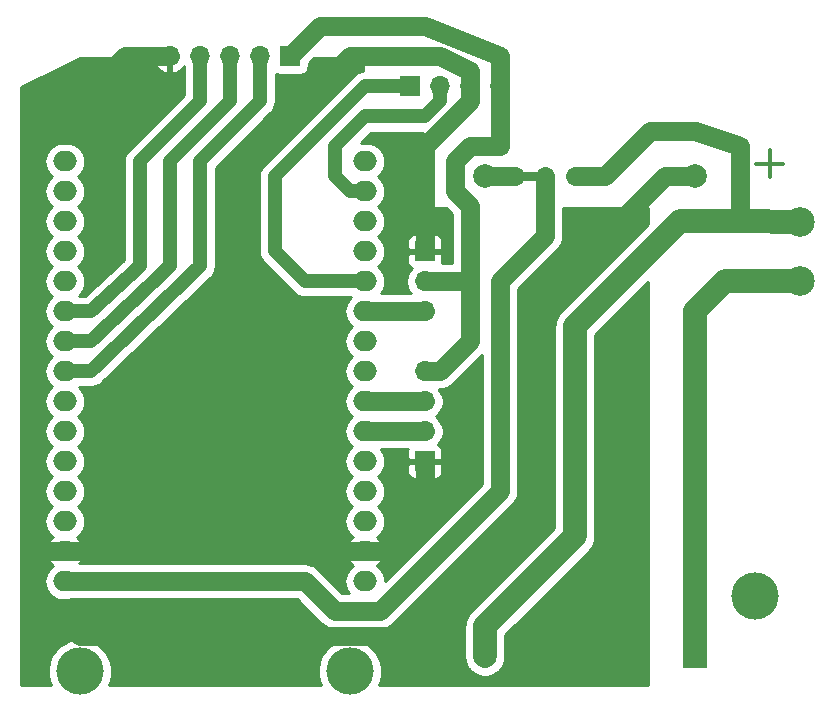
<source format=gbr>
G04 #@! TF.GenerationSoftware,KiCad,Pcbnew,(5.1.5)-3*
G04 #@! TF.CreationDate,2020-04-08T18:39:47+02:00*
G04 #@! TF.ProjectId,raceMini1,72616365-4d69-46e6-9931-2e6b69636164,rev?*
G04 #@! TF.SameCoordinates,Original*
G04 #@! TF.FileFunction,Copper,L2,Bot*
G04 #@! TF.FilePolarity,Positive*
%FSLAX46Y46*%
G04 Gerber Fmt 4.6, Leading zero omitted, Abs format (unit mm)*
G04 Created by KiCad (PCBNEW (5.1.5)-3) date 2020-04-08 18:39:47*
%MOMM*%
%LPD*%
G04 APERTURE LIST*
%ADD10C,0.300000*%
%ADD11O,1.700000X1.700000*%
%ADD12R,1.700000X1.700000*%
%ADD13O,2.000000X1.700000*%
%ADD14C,2.000000*%
%ADD15R,2.000000X2.000000*%
%ADD16C,2.500000*%
%ADD17C,4.000000*%
%ADD18C,1.600000*%
%ADD19C,1.200000*%
%ADD20C,2.000000*%
%ADD21C,0.800000*%
%ADD22C,0.254000*%
G04 APERTURE END LIST*
D10*
X156082857Y-96734285D02*
X153797142Y-96734285D01*
X154940000Y-97877142D02*
X154940000Y-95591428D01*
D11*
X132080000Y-90170000D03*
X129540000Y-90170000D03*
X127000000Y-90170000D03*
D12*
X124460000Y-90170000D03*
D13*
X95250000Y-132080000D03*
X95250000Y-129540000D03*
X95250000Y-127000000D03*
X95250000Y-124460000D03*
X95250000Y-121920000D03*
X95250000Y-119380000D03*
X95250000Y-116840000D03*
X95250000Y-114300000D03*
X95250000Y-111760000D03*
X95250000Y-109220000D03*
X95250000Y-106680000D03*
X95250000Y-104140000D03*
X95250000Y-101600000D03*
X95250000Y-99060000D03*
X95250000Y-96520000D03*
X120650000Y-132080000D03*
X120650000Y-129540000D03*
X120650000Y-127000000D03*
X120650000Y-124460000D03*
X120650000Y-121920000D03*
X120650000Y-119380000D03*
X120650000Y-116840000D03*
X120650000Y-114300000D03*
X120650000Y-111760000D03*
X120650000Y-109220000D03*
X120650000Y-106680000D03*
X120650000Y-104140000D03*
X120650000Y-101600000D03*
X120650000Y-99060000D03*
X120650000Y-96520000D03*
D14*
X130810000Y-138430000D03*
X130810000Y-97790000D03*
X148590000Y-97790000D03*
D15*
X148590000Y-138430000D03*
D11*
X125730000Y-114300000D03*
X125730000Y-116840000D03*
X125730000Y-119380000D03*
D12*
X125730000Y-121920000D03*
D11*
X125730000Y-109220000D03*
X125730000Y-106680000D03*
D12*
X125730000Y-104140000D03*
D16*
X157480000Y-101640000D03*
X157480000Y-106640000D03*
D11*
X104140000Y-87630000D03*
X106680000Y-87630000D03*
X109220000Y-87630000D03*
X111760000Y-87630000D03*
D12*
X114300000Y-87630000D03*
D17*
X96520000Y-139700000D03*
X119380000Y-139700000D03*
X153670000Y-133350000D03*
D18*
X92710000Y-129540000D02*
X93980000Y-129540000D01*
X93980000Y-129540000D02*
X95250000Y-129540000D01*
X134620000Y-109220000D02*
X146050000Y-97790000D01*
X92710000Y-133350000D02*
X96520000Y-136699999D01*
X146050000Y-97790000D02*
X148590000Y-97790000D01*
X124920001Y-136699999D02*
X134620000Y-127000000D01*
X134620000Y-127000000D02*
X134620000Y-109220000D01*
X92710000Y-129540000D02*
X92710000Y-133350000D01*
X96520000Y-136699999D02*
X124920001Y-136699999D01*
X95250000Y-129540000D02*
X109220000Y-129540000D01*
X120650000Y-129540000D02*
X109220000Y-129540000D01*
X129540000Y-88900000D02*
X129540000Y-90170000D01*
X119380000Y-87630000D02*
X127000000Y-87630000D01*
X109220000Y-129540000D02*
X109220000Y-97790000D01*
X127000000Y-87630000D02*
X129540000Y-88900000D01*
X109220000Y-97790000D02*
X119380000Y-87630000D01*
X92710000Y-95250000D02*
X92710000Y-129540000D01*
X104140000Y-87630000D02*
X100330000Y-87630000D01*
X100330000Y-87630000D02*
X92710000Y-95250000D01*
X129540000Y-91440000D02*
X129540000Y-90170000D01*
X125730000Y-104140000D02*
X125730000Y-95250000D01*
X125730000Y-95250000D02*
X129540000Y-91440000D01*
X125730000Y-127060000D02*
X125730000Y-121920000D01*
X120650000Y-129540000D02*
X123250000Y-129540000D01*
X123250000Y-129540000D02*
X125730000Y-127060000D01*
D19*
X97450000Y-109220000D02*
X95250000Y-109220000D01*
X101600000Y-105410000D02*
X97450000Y-109220000D01*
X106680000Y-91440000D02*
X101600000Y-96520000D01*
X101600000Y-96520000D02*
X101600000Y-105410000D01*
X106680000Y-91440000D02*
X106680000Y-87630000D01*
X97450000Y-111760000D02*
X95250000Y-111760000D01*
X109220000Y-91440000D02*
X104140000Y-96520000D01*
X104140000Y-105410000D02*
X97450000Y-111760000D01*
X104140000Y-96520000D02*
X104140000Y-105410000D01*
X109220000Y-91440000D02*
X109220000Y-87630000D01*
X97450000Y-114300000D02*
X95250000Y-114300000D01*
X106680000Y-105410000D02*
X97450000Y-114300000D01*
X111760000Y-91440000D02*
X106680000Y-96520000D01*
X106680000Y-96520000D02*
X106680000Y-105410000D01*
X111760000Y-91440000D02*
X111760000Y-87630000D01*
D18*
X125730000Y-106680000D02*
X129540000Y-106680000D01*
X129540000Y-95250000D02*
X128270000Y-96520000D01*
X129540000Y-100330000D02*
X129540000Y-102870000D01*
X116840000Y-85090000D02*
X125730000Y-85090000D01*
X128270000Y-99060000D02*
X129540000Y-100330000D01*
X132080000Y-87630000D02*
X132080000Y-95250000D01*
X114300000Y-87630000D02*
X116840000Y-85090000D01*
X128270000Y-96520000D02*
X128270000Y-99060000D01*
X125730000Y-85090000D02*
X132080000Y-87630000D01*
X129540000Y-102870000D02*
X129540000Y-106680000D01*
X132080000Y-95250000D02*
X129540000Y-95250000D01*
X129540000Y-111760000D02*
X129540000Y-106680000D01*
X127000000Y-114300000D02*
X129540000Y-111760000D01*
X125730000Y-114300000D02*
X127000000Y-114300000D01*
D20*
X130810000Y-135890000D02*
X130810000Y-138430000D01*
X138430000Y-110490000D02*
X138430000Y-128270000D01*
X138430000Y-128270000D02*
X130810000Y-135890000D01*
X147320000Y-101600000D02*
X138430000Y-110490000D01*
X157480000Y-101640000D02*
X152400000Y-101600000D01*
X152400000Y-101600000D02*
X147320000Y-101600000D01*
D18*
X140970000Y-97790000D02*
X138430000Y-97790000D01*
X144780000Y-93980000D02*
X140970000Y-97790000D01*
X148590000Y-93980000D02*
X144780000Y-93980000D01*
X152400000Y-101600000D02*
X152400000Y-95250000D01*
X152400000Y-95250000D02*
X148590000Y-93980000D01*
D20*
X151130000Y-106680000D02*
X157480000Y-106640000D01*
X148590000Y-138430000D02*
X148590000Y-109220000D01*
X148590000Y-109220000D02*
X151130000Y-106680000D01*
D18*
X120650000Y-109220000D02*
X125730000Y-109220000D01*
X120650000Y-116840000D02*
X125730000Y-116840000D01*
X120650000Y-119380000D02*
X125730000Y-119380000D01*
X130810000Y-97790000D02*
X133350000Y-97790000D01*
X135890000Y-102870000D02*
X135890000Y-97790000D01*
X132080000Y-106680000D02*
X135890000Y-102870000D01*
X115570000Y-132080000D02*
X118110000Y-134620000D01*
X95250000Y-132080000D02*
X115570000Y-132080000D01*
X118110000Y-134620000D02*
X121920000Y-134620000D01*
X121920000Y-134620000D02*
X132080000Y-124460000D01*
X132080000Y-124460000D02*
X132080000Y-106680000D01*
D21*
X135890000Y-97790000D02*
X133350000Y-97790000D01*
D19*
X120423691Y-99060000D02*
X120650000Y-99060000D01*
X118110000Y-97790000D02*
X119380000Y-99060000D01*
X119380000Y-99060000D02*
X120423691Y-99060000D01*
X127000000Y-91440000D02*
X125730000Y-92710000D01*
X127000000Y-90170000D02*
X127000000Y-91440000D01*
X125730000Y-92710000D02*
X120650000Y-92710000D01*
X120650000Y-92710000D02*
X118110000Y-95250000D01*
X118110000Y-95250000D02*
X118110000Y-97790000D01*
X115570000Y-106680000D02*
X120650000Y-106680000D01*
X113030000Y-104140000D02*
X115570000Y-106680000D01*
X113030000Y-97790000D02*
X113030000Y-104140000D01*
X124460000Y-90170000D02*
X120650000Y-90170000D01*
X120650000Y-90170000D02*
X113030000Y-97790000D01*
D22*
G36*
X102655000Y-87757002D02*
G01*
X102819185Y-87757002D01*
X102698519Y-87986891D01*
X102795843Y-88261252D01*
X102944822Y-88511355D01*
X103139731Y-88727588D01*
X103373080Y-88901641D01*
X103635901Y-89026825D01*
X103783110Y-89071476D01*
X104013000Y-88950155D01*
X104013000Y-87757000D01*
X104267000Y-87757000D01*
X104267000Y-88950155D01*
X104496890Y-89071476D01*
X104644099Y-89026825D01*
X104906920Y-88901641D01*
X105140269Y-88727588D01*
X105335178Y-88511355D01*
X105352656Y-88482014D01*
X105353001Y-88482530D01*
X105353000Y-90890339D01*
X100707765Y-95535575D01*
X100657130Y-95577130D01*
X100582933Y-95667540D01*
X100491302Y-95779192D01*
X100460304Y-95837186D01*
X100368081Y-96009723D01*
X100292201Y-96259864D01*
X100273000Y-96454817D01*
X100273000Y-96454826D01*
X100266581Y-96520000D01*
X100273000Y-96585174D01*
X100273001Y-104826854D01*
X96933237Y-107893000D01*
X96407795Y-107893000D01*
X96520503Y-107800503D01*
X96717572Y-107560373D01*
X96864007Y-107286412D01*
X96954182Y-106989146D01*
X96984630Y-106680000D01*
X96954182Y-106370854D01*
X96864007Y-106073588D01*
X96717572Y-105799627D01*
X96520503Y-105559497D01*
X96338340Y-105410000D01*
X96520503Y-105260503D01*
X96717572Y-105020373D01*
X96864007Y-104746412D01*
X96954182Y-104449146D01*
X96984630Y-104140000D01*
X96954182Y-103830854D01*
X96864007Y-103533588D01*
X96717572Y-103259627D01*
X96520503Y-103019497D01*
X96338340Y-102870000D01*
X96520503Y-102720503D01*
X96717572Y-102480373D01*
X96864007Y-102206412D01*
X96954182Y-101909146D01*
X96984630Y-101600000D01*
X96954182Y-101290854D01*
X96864007Y-100993588D01*
X96717572Y-100719627D01*
X96520503Y-100479497D01*
X96338340Y-100330000D01*
X96520503Y-100180503D01*
X96717572Y-99940373D01*
X96864007Y-99666412D01*
X96954182Y-99369146D01*
X96984630Y-99060000D01*
X96954182Y-98750854D01*
X96864007Y-98453588D01*
X96717572Y-98179627D01*
X96520503Y-97939497D01*
X96338340Y-97790000D01*
X96520503Y-97640503D01*
X96717572Y-97400373D01*
X96864007Y-97126412D01*
X96954182Y-96829146D01*
X96984630Y-96520000D01*
X96954182Y-96210854D01*
X96864007Y-95913588D01*
X96717572Y-95639627D01*
X96520503Y-95399497D01*
X96280373Y-95202428D01*
X96006412Y-95055993D01*
X95709146Y-94965818D01*
X95477469Y-94943000D01*
X95022531Y-94943000D01*
X94790854Y-94965818D01*
X94493588Y-95055993D01*
X94219627Y-95202428D01*
X93979497Y-95399497D01*
X93782428Y-95639627D01*
X93635993Y-95913588D01*
X93545818Y-96210854D01*
X93515370Y-96520000D01*
X93545818Y-96829146D01*
X93635993Y-97126412D01*
X93782428Y-97400373D01*
X93979497Y-97640503D01*
X94161660Y-97790000D01*
X93979497Y-97939497D01*
X93782428Y-98179627D01*
X93635993Y-98453588D01*
X93545818Y-98750854D01*
X93515370Y-99060000D01*
X93545818Y-99369146D01*
X93635993Y-99666412D01*
X93782428Y-99940373D01*
X93979497Y-100180503D01*
X94161660Y-100330000D01*
X93979497Y-100479497D01*
X93782428Y-100719627D01*
X93635993Y-100993588D01*
X93545818Y-101290854D01*
X93515370Y-101600000D01*
X93545818Y-101909146D01*
X93635993Y-102206412D01*
X93782428Y-102480373D01*
X93979497Y-102720503D01*
X94161660Y-102870000D01*
X93979497Y-103019497D01*
X93782428Y-103259627D01*
X93635993Y-103533588D01*
X93545818Y-103830854D01*
X93515370Y-104140000D01*
X93545818Y-104449146D01*
X93635993Y-104746412D01*
X93782428Y-105020373D01*
X93979497Y-105260503D01*
X94161660Y-105410000D01*
X93979497Y-105559497D01*
X93782428Y-105799627D01*
X93635993Y-106073588D01*
X93545818Y-106370854D01*
X93515370Y-106680000D01*
X93545818Y-106989146D01*
X93635993Y-107286412D01*
X93782428Y-107560373D01*
X93979497Y-107800503D01*
X94161660Y-107950000D01*
X93979497Y-108099497D01*
X93782428Y-108339627D01*
X93635993Y-108613588D01*
X93545818Y-108910854D01*
X93515370Y-109220000D01*
X93545818Y-109529146D01*
X93635993Y-109826412D01*
X93782428Y-110100373D01*
X93979497Y-110340503D01*
X94161660Y-110490000D01*
X93979497Y-110639497D01*
X93782428Y-110879627D01*
X93635993Y-111153588D01*
X93545818Y-111450854D01*
X93515370Y-111760000D01*
X93545818Y-112069146D01*
X93635993Y-112366412D01*
X93782428Y-112640373D01*
X93979497Y-112880503D01*
X94161660Y-113030000D01*
X93979497Y-113179497D01*
X93782428Y-113419627D01*
X93635993Y-113693588D01*
X93545818Y-113990854D01*
X93515370Y-114300000D01*
X93545818Y-114609146D01*
X93635993Y-114906412D01*
X93782428Y-115180373D01*
X93979497Y-115420503D01*
X94161660Y-115570000D01*
X93979497Y-115719497D01*
X93782428Y-115959627D01*
X93635993Y-116233588D01*
X93545818Y-116530854D01*
X93515370Y-116840000D01*
X93545818Y-117149146D01*
X93635993Y-117446412D01*
X93782428Y-117720373D01*
X93979497Y-117960503D01*
X94161660Y-118110000D01*
X93979497Y-118259497D01*
X93782428Y-118499627D01*
X93635993Y-118773588D01*
X93545818Y-119070854D01*
X93515370Y-119380000D01*
X93545818Y-119689146D01*
X93635993Y-119986412D01*
X93782428Y-120260373D01*
X93979497Y-120500503D01*
X94161660Y-120650000D01*
X93979497Y-120799497D01*
X93782428Y-121039627D01*
X93635993Y-121313588D01*
X93545818Y-121610854D01*
X93515370Y-121920000D01*
X93545818Y-122229146D01*
X93635993Y-122526412D01*
X93782428Y-122800373D01*
X93979497Y-123040503D01*
X94161660Y-123190000D01*
X93979497Y-123339497D01*
X93782428Y-123579627D01*
X93635993Y-123853588D01*
X93545818Y-124150854D01*
X93515370Y-124460000D01*
X93545818Y-124769146D01*
X93635993Y-125066412D01*
X93782428Y-125340373D01*
X93979497Y-125580503D01*
X94161660Y-125730000D01*
X93979497Y-125879497D01*
X93782428Y-126119627D01*
X93635993Y-126393588D01*
X93545818Y-126690854D01*
X93515370Y-127000000D01*
X93545818Y-127309146D01*
X93635993Y-127606412D01*
X93782428Y-127880373D01*
X93979497Y-128120503D01*
X94219627Y-128317572D01*
X94246424Y-128331895D01*
X94108205Y-128433198D01*
X93911336Y-128647954D01*
X93760146Y-128896991D01*
X93660446Y-129170739D01*
X93658524Y-129183110D01*
X93779845Y-129413000D01*
X95123000Y-129413000D01*
X95123000Y-129393000D01*
X95377000Y-129393000D01*
X95377000Y-129413000D01*
X96720155Y-129413000D01*
X96841476Y-129183110D01*
X96839554Y-129170739D01*
X96739854Y-128896991D01*
X96588664Y-128647954D01*
X96391795Y-128433198D01*
X96253576Y-128331895D01*
X96280373Y-128317572D01*
X96520503Y-128120503D01*
X96717572Y-127880373D01*
X96864007Y-127606412D01*
X96954182Y-127309146D01*
X96984630Y-127000000D01*
X96954182Y-126690854D01*
X96864007Y-126393588D01*
X96717572Y-126119627D01*
X96520503Y-125879497D01*
X96338340Y-125730000D01*
X96520503Y-125580503D01*
X96717572Y-125340373D01*
X96864007Y-125066412D01*
X96954182Y-124769146D01*
X96984630Y-124460000D01*
X96954182Y-124150854D01*
X96864007Y-123853588D01*
X96717572Y-123579627D01*
X96520503Y-123339497D01*
X96338340Y-123190000D01*
X96520503Y-123040503D01*
X96717572Y-122800373D01*
X96864007Y-122526412D01*
X96954182Y-122229146D01*
X96984630Y-121920000D01*
X96954182Y-121610854D01*
X96864007Y-121313588D01*
X96717572Y-121039627D01*
X96520503Y-120799497D01*
X96338340Y-120650000D01*
X96520503Y-120500503D01*
X96717572Y-120260373D01*
X96864007Y-119986412D01*
X96954182Y-119689146D01*
X96984630Y-119380000D01*
X96954182Y-119070854D01*
X96864007Y-118773588D01*
X96717572Y-118499627D01*
X96520503Y-118259497D01*
X96338340Y-118110000D01*
X96520503Y-117960503D01*
X96717572Y-117720373D01*
X96864007Y-117446412D01*
X96954182Y-117149146D01*
X96984630Y-116840000D01*
X96954182Y-116530854D01*
X96864007Y-116233588D01*
X96717572Y-115959627D01*
X96520503Y-115719497D01*
X96407795Y-115627000D01*
X97372343Y-115627000D01*
X97424985Y-115633184D01*
X97502694Y-115627000D01*
X97515184Y-115627000D01*
X97567743Y-115621823D01*
X97685556Y-115612448D01*
X97697633Y-115609031D01*
X97710137Y-115607799D01*
X97823337Y-115573460D01*
X97937076Y-115541275D01*
X97948258Y-115535565D01*
X97960278Y-115531919D01*
X98064594Y-115476161D01*
X98169878Y-115422400D01*
X98179730Y-115414619D01*
X98190808Y-115408698D01*
X98282221Y-115333677D01*
X98323613Y-115300988D01*
X98332598Y-115292334D01*
X98392870Y-115242870D01*
X98426503Y-115201888D01*
X107562606Y-106402327D01*
X107622870Y-106352870D01*
X107697867Y-106261486D01*
X107774604Y-106171479D01*
X107780731Y-106160515D01*
X107788698Y-106150808D01*
X107844439Y-106046524D01*
X107902129Y-105943300D01*
X107905999Y-105931353D01*
X107911919Y-105920278D01*
X107946255Y-105807089D01*
X107982687Y-105694627D01*
X107984151Y-105682162D01*
X107987799Y-105670137D01*
X107999396Y-105552385D01*
X108013184Y-105435016D01*
X108007000Y-105357307D01*
X108007000Y-97069660D01*
X112652241Y-92424420D01*
X112702870Y-92382870D01*
X112744422Y-92332239D01*
X112868698Y-92180809D01*
X112991919Y-91950278D01*
X112991919Y-91950277D01*
X113067799Y-91700137D01*
X113087000Y-91505184D01*
X113087000Y-91505174D01*
X113093419Y-91440000D01*
X113087000Y-91374826D01*
X113087000Y-89110309D01*
X113170443Y-89154910D01*
X113307483Y-89196480D01*
X113450000Y-89210517D01*
X115150000Y-89210517D01*
X115292517Y-89196480D01*
X115429557Y-89154910D01*
X115555853Y-89087403D01*
X115666554Y-88996554D01*
X115757403Y-88885853D01*
X115824910Y-88759557D01*
X115866480Y-88622517D01*
X115880517Y-88480000D01*
X115880517Y-88208986D01*
X116332503Y-87757000D01*
X120523000Y-87757000D01*
X120523000Y-88849088D01*
X120389863Y-88862201D01*
X120139722Y-88938081D01*
X119909190Y-89061303D01*
X119767625Y-89177483D01*
X119707130Y-89227130D01*
X119665579Y-89277760D01*
X112137765Y-96805575D01*
X112087130Y-96847130D01*
X112045578Y-96897762D01*
X111921302Y-97049192D01*
X111839189Y-97202815D01*
X111798081Y-97279723D01*
X111722201Y-97529864D01*
X111703000Y-97724817D01*
X111703000Y-97724826D01*
X111696581Y-97790000D01*
X111703000Y-97855174D01*
X111703001Y-104074816D01*
X111696581Y-104140000D01*
X111722202Y-104400137D01*
X111798081Y-104650277D01*
X111921302Y-104880808D01*
X112035841Y-105020373D01*
X112087131Y-105082870D01*
X112137761Y-105124421D01*
X114585579Y-107572240D01*
X114627130Y-107622870D01*
X114677760Y-107664421D01*
X114677761Y-107664422D01*
X114829190Y-107788697D01*
X114829192Y-107788698D01*
X115059722Y-107911919D01*
X115309863Y-107987799D01*
X115504816Y-108007000D01*
X115504828Y-108007000D01*
X115569999Y-108013419D01*
X115635171Y-108007000D01*
X119492205Y-108007000D01*
X119379497Y-108099497D01*
X119182428Y-108339627D01*
X119035993Y-108613588D01*
X118945818Y-108910854D01*
X118915370Y-109220000D01*
X118945818Y-109529146D01*
X119035993Y-109826412D01*
X119182428Y-110100373D01*
X119379497Y-110340503D01*
X119561660Y-110490000D01*
X119379497Y-110639497D01*
X119182428Y-110879627D01*
X119035993Y-111153588D01*
X118945818Y-111450854D01*
X118915370Y-111760000D01*
X118945818Y-112069146D01*
X119035993Y-112366412D01*
X119182428Y-112640373D01*
X119379497Y-112880503D01*
X119561660Y-113030000D01*
X119379497Y-113179497D01*
X119182428Y-113419627D01*
X119035993Y-113693588D01*
X118945818Y-113990854D01*
X118915370Y-114300000D01*
X118945818Y-114609146D01*
X119035993Y-114906412D01*
X119182428Y-115180373D01*
X119379497Y-115420503D01*
X119561660Y-115570000D01*
X119379497Y-115719497D01*
X119182428Y-115959627D01*
X119035993Y-116233588D01*
X118945818Y-116530854D01*
X118915370Y-116840000D01*
X118945818Y-117149146D01*
X119035993Y-117446412D01*
X119182428Y-117720373D01*
X119379497Y-117960503D01*
X119561660Y-118110000D01*
X119379497Y-118259497D01*
X119182428Y-118499627D01*
X119035993Y-118773588D01*
X118945818Y-119070854D01*
X118915370Y-119380000D01*
X118945818Y-119689146D01*
X119035993Y-119986412D01*
X119182428Y-120260373D01*
X119379497Y-120500503D01*
X119561660Y-120650000D01*
X119379497Y-120799497D01*
X119182428Y-121039627D01*
X119035993Y-121313588D01*
X118945818Y-121610854D01*
X118915370Y-121920000D01*
X118945818Y-122229146D01*
X119035993Y-122526412D01*
X119182428Y-122800373D01*
X119379497Y-123040503D01*
X119561660Y-123190000D01*
X119379497Y-123339497D01*
X119182428Y-123579627D01*
X119035993Y-123853588D01*
X118945818Y-124150854D01*
X118915370Y-124460000D01*
X118945818Y-124769146D01*
X119035993Y-125066412D01*
X119182428Y-125340373D01*
X119379497Y-125580503D01*
X119561660Y-125730000D01*
X119379497Y-125879497D01*
X119182428Y-126119627D01*
X119035993Y-126393588D01*
X118945818Y-126690854D01*
X118915370Y-127000000D01*
X118945818Y-127309146D01*
X119035993Y-127606412D01*
X119182428Y-127880373D01*
X119379497Y-128120503D01*
X119619627Y-128317572D01*
X119646424Y-128331895D01*
X119508205Y-128433198D01*
X119311336Y-128647954D01*
X119160146Y-128896991D01*
X119060446Y-129170739D01*
X119058524Y-129183110D01*
X119179845Y-129413000D01*
X120523000Y-129413000D01*
X120523000Y-129393000D01*
X120777000Y-129393000D01*
X120777000Y-129413000D01*
X122120155Y-129413000D01*
X122241476Y-129183110D01*
X122239554Y-129170739D01*
X122139854Y-128896991D01*
X121988664Y-128647954D01*
X121791795Y-128433198D01*
X121653576Y-128331895D01*
X121680373Y-128317572D01*
X121920503Y-128120503D01*
X122117572Y-127880373D01*
X122264007Y-127606412D01*
X122354182Y-127309146D01*
X122384630Y-127000000D01*
X122354182Y-126690854D01*
X122264007Y-126393588D01*
X122117572Y-126119627D01*
X121920503Y-125879497D01*
X121738340Y-125730000D01*
X121920503Y-125580503D01*
X122117572Y-125340373D01*
X122264007Y-125066412D01*
X122354182Y-124769146D01*
X122384630Y-124460000D01*
X122354182Y-124150854D01*
X122264007Y-123853588D01*
X122117572Y-123579627D01*
X121920503Y-123339497D01*
X121738340Y-123190000D01*
X121920503Y-123040503D01*
X122117572Y-122800373D01*
X122133806Y-122770000D01*
X124241928Y-122770000D01*
X124254188Y-122894482D01*
X124290498Y-123014180D01*
X124349463Y-123124494D01*
X124428815Y-123221185D01*
X124525506Y-123300537D01*
X124635820Y-123359502D01*
X124755518Y-123395812D01*
X124880000Y-123408072D01*
X125444250Y-123405000D01*
X125603000Y-123246250D01*
X125603000Y-122047000D01*
X125857000Y-122047000D01*
X125857000Y-123246250D01*
X126015750Y-123405000D01*
X126580000Y-123408072D01*
X126704482Y-123395812D01*
X126824180Y-123359502D01*
X126934494Y-123300537D01*
X127031185Y-123221185D01*
X127110537Y-123124494D01*
X127169502Y-123014180D01*
X127205812Y-122894482D01*
X127218072Y-122770000D01*
X127215000Y-122205750D01*
X127056250Y-122047000D01*
X125857000Y-122047000D01*
X125603000Y-122047000D01*
X124403750Y-122047000D01*
X124245000Y-122205750D01*
X124241928Y-122770000D01*
X122133806Y-122770000D01*
X122264007Y-122526412D01*
X122354182Y-122229146D01*
X122384630Y-121920000D01*
X122354182Y-121610854D01*
X122264007Y-121313588D01*
X122117572Y-121039627D01*
X122008728Y-120907000D01*
X124265872Y-120907000D01*
X124254188Y-120945518D01*
X124241928Y-121070000D01*
X124245000Y-121634250D01*
X124403750Y-121793000D01*
X125603000Y-121793000D01*
X125603000Y-121773000D01*
X125857000Y-121773000D01*
X125857000Y-121793000D01*
X127056250Y-121793000D01*
X127215000Y-121634250D01*
X127218072Y-121070000D01*
X127205812Y-120945518D01*
X127169502Y-120825820D01*
X127110537Y-120715506D01*
X127031185Y-120618815D01*
X126934494Y-120539463D01*
X126847338Y-120492877D01*
X126954936Y-120385279D01*
X127127519Y-120126989D01*
X127246396Y-119839994D01*
X127307000Y-119535321D01*
X127307000Y-119224679D01*
X127246396Y-118920006D01*
X127127519Y-118633011D01*
X126954936Y-118374721D01*
X126735279Y-118155064D01*
X126667836Y-118110000D01*
X126735279Y-118064936D01*
X126954936Y-117845279D01*
X127127519Y-117586989D01*
X127246396Y-117299994D01*
X127307000Y-116995321D01*
X127307000Y-116684679D01*
X127246396Y-116380006D01*
X127127519Y-116093011D01*
X126954936Y-115834721D01*
X126949642Y-115829427D01*
X127000000Y-115834387D01*
X127075001Y-115827000D01*
X127075011Y-115827000D01*
X127299344Y-115804905D01*
X127587185Y-115717590D01*
X127852460Y-115575797D01*
X128084976Y-115384976D01*
X128132797Y-115326706D01*
X130553001Y-112906503D01*
X130553000Y-123827496D01*
X122377087Y-132003410D01*
X122354182Y-131770854D01*
X122264007Y-131473588D01*
X122117572Y-131199627D01*
X121920503Y-130959497D01*
X121680373Y-130762428D01*
X121653576Y-130748105D01*
X121791795Y-130646802D01*
X121988664Y-130432046D01*
X122139854Y-130183009D01*
X122239554Y-129909261D01*
X122241476Y-129896890D01*
X122120155Y-129667000D01*
X120777000Y-129667000D01*
X120777000Y-129687000D01*
X120523000Y-129687000D01*
X120523000Y-129667000D01*
X119179845Y-129667000D01*
X119058524Y-129896890D01*
X119060446Y-129909261D01*
X119160146Y-130183009D01*
X119311336Y-130432046D01*
X119508205Y-130646802D01*
X119646424Y-130748105D01*
X119619627Y-130762428D01*
X119379497Y-130959497D01*
X119182428Y-131199627D01*
X119035993Y-131473588D01*
X118945818Y-131770854D01*
X118915370Y-132080000D01*
X118945818Y-132389146D01*
X119035993Y-132686412D01*
X119182428Y-132960373D01*
X119291272Y-133093000D01*
X118742504Y-133093000D01*
X116702797Y-131053294D01*
X116654976Y-130995024D01*
X116422460Y-130804203D01*
X116157185Y-130662410D01*
X115869344Y-130575095D01*
X115645011Y-130553000D01*
X115645001Y-130553000D01*
X115570000Y-130545613D01*
X115494999Y-130553000D01*
X96477784Y-130553000D01*
X96588664Y-130432046D01*
X96739854Y-130183009D01*
X96839554Y-129909261D01*
X96841476Y-129896890D01*
X96720155Y-129667000D01*
X95377000Y-129667000D01*
X95377000Y-129687000D01*
X95123000Y-129687000D01*
X95123000Y-129667000D01*
X93779845Y-129667000D01*
X93658524Y-129896890D01*
X93660446Y-129909261D01*
X93760146Y-130183009D01*
X93911336Y-130432046D01*
X94108205Y-130646802D01*
X94246424Y-130748105D01*
X94219627Y-130762428D01*
X93979497Y-130959497D01*
X93782428Y-131199627D01*
X93635993Y-131473588D01*
X93545818Y-131770854D01*
X93515370Y-132080000D01*
X93545818Y-132389146D01*
X93635993Y-132686412D01*
X93782428Y-132960373D01*
X93979497Y-133200503D01*
X94219627Y-133397572D01*
X94493588Y-133544007D01*
X94790854Y-133634182D01*
X95022531Y-133657000D01*
X95477469Y-133657000D01*
X95709146Y-133634182D01*
X95798753Y-133607000D01*
X114937497Y-133607000D01*
X116977208Y-135646712D01*
X117025024Y-135704976D01*
X117257540Y-135895797D01*
X117522815Y-136037590D01*
X117810656Y-136124905D01*
X118034989Y-136147000D01*
X118034998Y-136147000D01*
X118109999Y-136154387D01*
X118185000Y-136147000D01*
X121844999Y-136147000D01*
X121920000Y-136154387D01*
X121995001Y-136147000D01*
X121995011Y-136147000D01*
X122219344Y-136124905D01*
X122507185Y-136037590D01*
X122772460Y-135895797D01*
X123004976Y-135704976D01*
X123052797Y-135646706D01*
X133106713Y-125592791D01*
X133164976Y-125544976D01*
X133355797Y-125312460D01*
X133497590Y-125047185D01*
X133584905Y-124759344D01*
X133607000Y-124535011D01*
X133607000Y-124535004D01*
X133614387Y-124460000D01*
X133607000Y-124384996D01*
X133607000Y-107312503D01*
X136916718Y-104002787D01*
X136974976Y-103954976D01*
X137022788Y-103896717D01*
X137022793Y-103896712D01*
X137165796Y-103722461D01*
X137165798Y-103722459D01*
X137307590Y-103457185D01*
X137367518Y-103259627D01*
X137394905Y-103169345D01*
X137424388Y-102870000D01*
X137417000Y-102794989D01*
X137417000Y-100457000D01*
X144653000Y-100457000D01*
X144653000Y-101824653D01*
X137268822Y-109208832D01*
X137202918Y-109262918D01*
X136987104Y-109525889D01*
X136826740Y-109825909D01*
X136727988Y-110151450D01*
X136707517Y-110359301D01*
X136694644Y-110490000D01*
X136703000Y-110574838D01*
X136703001Y-127554652D01*
X129648822Y-134608832D01*
X129582918Y-134662918D01*
X129367104Y-134925889D01*
X129206740Y-135225909D01*
X129107988Y-135551450D01*
X129088158Y-135752792D01*
X129074644Y-135890000D01*
X129083000Y-135974839D01*
X129083001Y-138259900D01*
X129083000Y-138259905D01*
X129083000Y-138600095D01*
X129099634Y-138683718D01*
X129107989Y-138768551D01*
X129132735Y-138850127D01*
X129149368Y-138933747D01*
X129181995Y-139012515D01*
X129206741Y-139094092D01*
X129246927Y-139169274D01*
X129279553Y-139248041D01*
X129326919Y-139318929D01*
X129367105Y-139394112D01*
X129421186Y-139460010D01*
X129468552Y-139530898D01*
X129528837Y-139591183D01*
X129582919Y-139657082D01*
X129648818Y-139711164D01*
X129709102Y-139771448D01*
X129779989Y-139818813D01*
X129845889Y-139872896D01*
X129921074Y-139913083D01*
X129991959Y-139960447D01*
X130070722Y-139993072D01*
X130145909Y-140033260D01*
X130227491Y-140058008D01*
X130306253Y-140090632D01*
X130389867Y-140107264D01*
X130471450Y-140132012D01*
X130556291Y-140140368D01*
X130639905Y-140157000D01*
X130725159Y-140157000D01*
X130810000Y-140165356D01*
X130894841Y-140157000D01*
X130980095Y-140157000D01*
X131063708Y-140140368D01*
X131148551Y-140132012D01*
X131230136Y-140107263D01*
X131313747Y-140090632D01*
X131392506Y-140058009D01*
X131474092Y-140033260D01*
X131549282Y-139993070D01*
X131628041Y-139960447D01*
X131698922Y-139913086D01*
X131774112Y-139872896D01*
X131840017Y-139818809D01*
X131910898Y-139771448D01*
X131971178Y-139711168D01*
X132037082Y-139657082D01*
X132091168Y-139591178D01*
X132151448Y-139530898D01*
X132198809Y-139460017D01*
X132252896Y-139394112D01*
X132293086Y-139318922D01*
X132340447Y-139248041D01*
X132373070Y-139169282D01*
X132413260Y-139094092D01*
X132438009Y-139012506D01*
X132470632Y-138933747D01*
X132487263Y-138850136D01*
X132512012Y-138768551D01*
X132520368Y-138683708D01*
X132537000Y-138600095D01*
X132537000Y-136605346D01*
X139591183Y-129551164D01*
X139657082Y-129497082D01*
X139872896Y-129234112D01*
X140033260Y-128934092D01*
X140132012Y-128608551D01*
X140157000Y-128354841D01*
X140157000Y-128354832D01*
X140165355Y-128270001D01*
X140157000Y-128185170D01*
X140157000Y-111205346D01*
X144653000Y-106709347D01*
X144653000Y-140843000D01*
X121858238Y-140843000D01*
X122002203Y-140495437D01*
X122107000Y-139968586D01*
X122107000Y-139431414D01*
X122002203Y-138904563D01*
X121796636Y-138408281D01*
X121498199Y-137961639D01*
X121118361Y-137581801D01*
X120671719Y-137283364D01*
X120175437Y-137077797D01*
X119648586Y-136973000D01*
X119111414Y-136973000D01*
X118584563Y-137077797D01*
X118088281Y-137283364D01*
X117641639Y-137581801D01*
X117261801Y-137961639D01*
X116963364Y-138408281D01*
X116757797Y-138904563D01*
X116653000Y-139431414D01*
X116653000Y-139968586D01*
X116757797Y-140495437D01*
X116901762Y-140843000D01*
X98998238Y-140843000D01*
X99142203Y-140495437D01*
X99247000Y-139968586D01*
X99247000Y-139431414D01*
X99142203Y-138904563D01*
X98936636Y-138408281D01*
X98638199Y-137961639D01*
X98258361Y-137581801D01*
X97811719Y-137283364D01*
X97315437Y-137077797D01*
X96788586Y-136973000D01*
X96251414Y-136973000D01*
X95724563Y-137077797D01*
X95228281Y-137283364D01*
X94781639Y-137581801D01*
X94401801Y-137961639D01*
X94103364Y-138408281D01*
X93897797Y-138904563D01*
X93793000Y-139431414D01*
X93793000Y-139968586D01*
X93897797Y-140495437D01*
X94041762Y-140843000D01*
X91567000Y-140843000D01*
X91567000Y-90248490D01*
X96549980Y-87757000D01*
X102655000Y-87757000D01*
X102655000Y-87757002D01*
G37*
X102655000Y-87757002D02*
X102819185Y-87757002D01*
X102698519Y-87986891D01*
X102795843Y-88261252D01*
X102944822Y-88511355D01*
X103139731Y-88727588D01*
X103373080Y-88901641D01*
X103635901Y-89026825D01*
X103783110Y-89071476D01*
X104013000Y-88950155D01*
X104013000Y-87757000D01*
X104267000Y-87757000D01*
X104267000Y-88950155D01*
X104496890Y-89071476D01*
X104644099Y-89026825D01*
X104906920Y-88901641D01*
X105140269Y-88727588D01*
X105335178Y-88511355D01*
X105352656Y-88482014D01*
X105353001Y-88482530D01*
X105353000Y-90890339D01*
X100707765Y-95535575D01*
X100657130Y-95577130D01*
X100582933Y-95667540D01*
X100491302Y-95779192D01*
X100460304Y-95837186D01*
X100368081Y-96009723D01*
X100292201Y-96259864D01*
X100273000Y-96454817D01*
X100273000Y-96454826D01*
X100266581Y-96520000D01*
X100273000Y-96585174D01*
X100273001Y-104826854D01*
X96933237Y-107893000D01*
X96407795Y-107893000D01*
X96520503Y-107800503D01*
X96717572Y-107560373D01*
X96864007Y-107286412D01*
X96954182Y-106989146D01*
X96984630Y-106680000D01*
X96954182Y-106370854D01*
X96864007Y-106073588D01*
X96717572Y-105799627D01*
X96520503Y-105559497D01*
X96338340Y-105410000D01*
X96520503Y-105260503D01*
X96717572Y-105020373D01*
X96864007Y-104746412D01*
X96954182Y-104449146D01*
X96984630Y-104140000D01*
X96954182Y-103830854D01*
X96864007Y-103533588D01*
X96717572Y-103259627D01*
X96520503Y-103019497D01*
X96338340Y-102870000D01*
X96520503Y-102720503D01*
X96717572Y-102480373D01*
X96864007Y-102206412D01*
X96954182Y-101909146D01*
X96984630Y-101600000D01*
X96954182Y-101290854D01*
X96864007Y-100993588D01*
X96717572Y-100719627D01*
X96520503Y-100479497D01*
X96338340Y-100330000D01*
X96520503Y-100180503D01*
X96717572Y-99940373D01*
X96864007Y-99666412D01*
X96954182Y-99369146D01*
X96984630Y-99060000D01*
X96954182Y-98750854D01*
X96864007Y-98453588D01*
X96717572Y-98179627D01*
X96520503Y-97939497D01*
X96338340Y-97790000D01*
X96520503Y-97640503D01*
X96717572Y-97400373D01*
X96864007Y-97126412D01*
X96954182Y-96829146D01*
X96984630Y-96520000D01*
X96954182Y-96210854D01*
X96864007Y-95913588D01*
X96717572Y-95639627D01*
X96520503Y-95399497D01*
X96280373Y-95202428D01*
X96006412Y-95055993D01*
X95709146Y-94965818D01*
X95477469Y-94943000D01*
X95022531Y-94943000D01*
X94790854Y-94965818D01*
X94493588Y-95055993D01*
X94219627Y-95202428D01*
X93979497Y-95399497D01*
X93782428Y-95639627D01*
X93635993Y-95913588D01*
X93545818Y-96210854D01*
X93515370Y-96520000D01*
X93545818Y-96829146D01*
X93635993Y-97126412D01*
X93782428Y-97400373D01*
X93979497Y-97640503D01*
X94161660Y-97790000D01*
X93979497Y-97939497D01*
X93782428Y-98179627D01*
X93635993Y-98453588D01*
X93545818Y-98750854D01*
X93515370Y-99060000D01*
X93545818Y-99369146D01*
X93635993Y-99666412D01*
X93782428Y-99940373D01*
X93979497Y-100180503D01*
X94161660Y-100330000D01*
X93979497Y-100479497D01*
X93782428Y-100719627D01*
X93635993Y-100993588D01*
X93545818Y-101290854D01*
X93515370Y-101600000D01*
X93545818Y-101909146D01*
X93635993Y-102206412D01*
X93782428Y-102480373D01*
X93979497Y-102720503D01*
X94161660Y-102870000D01*
X93979497Y-103019497D01*
X93782428Y-103259627D01*
X93635993Y-103533588D01*
X93545818Y-103830854D01*
X93515370Y-104140000D01*
X93545818Y-104449146D01*
X93635993Y-104746412D01*
X93782428Y-105020373D01*
X93979497Y-105260503D01*
X94161660Y-105410000D01*
X93979497Y-105559497D01*
X93782428Y-105799627D01*
X93635993Y-106073588D01*
X93545818Y-106370854D01*
X93515370Y-106680000D01*
X93545818Y-106989146D01*
X93635993Y-107286412D01*
X93782428Y-107560373D01*
X93979497Y-107800503D01*
X94161660Y-107950000D01*
X93979497Y-108099497D01*
X93782428Y-108339627D01*
X93635993Y-108613588D01*
X93545818Y-108910854D01*
X93515370Y-109220000D01*
X93545818Y-109529146D01*
X93635993Y-109826412D01*
X93782428Y-110100373D01*
X93979497Y-110340503D01*
X94161660Y-110490000D01*
X93979497Y-110639497D01*
X93782428Y-110879627D01*
X93635993Y-111153588D01*
X93545818Y-111450854D01*
X93515370Y-111760000D01*
X93545818Y-112069146D01*
X93635993Y-112366412D01*
X93782428Y-112640373D01*
X93979497Y-112880503D01*
X94161660Y-113030000D01*
X93979497Y-113179497D01*
X93782428Y-113419627D01*
X93635993Y-113693588D01*
X93545818Y-113990854D01*
X93515370Y-114300000D01*
X93545818Y-114609146D01*
X93635993Y-114906412D01*
X93782428Y-115180373D01*
X93979497Y-115420503D01*
X94161660Y-115570000D01*
X93979497Y-115719497D01*
X93782428Y-115959627D01*
X93635993Y-116233588D01*
X93545818Y-116530854D01*
X93515370Y-116840000D01*
X93545818Y-117149146D01*
X93635993Y-117446412D01*
X93782428Y-117720373D01*
X93979497Y-117960503D01*
X94161660Y-118110000D01*
X93979497Y-118259497D01*
X93782428Y-118499627D01*
X93635993Y-118773588D01*
X93545818Y-119070854D01*
X93515370Y-119380000D01*
X93545818Y-119689146D01*
X93635993Y-119986412D01*
X93782428Y-120260373D01*
X93979497Y-120500503D01*
X94161660Y-120650000D01*
X93979497Y-120799497D01*
X93782428Y-121039627D01*
X93635993Y-121313588D01*
X93545818Y-121610854D01*
X93515370Y-121920000D01*
X93545818Y-122229146D01*
X93635993Y-122526412D01*
X93782428Y-122800373D01*
X93979497Y-123040503D01*
X94161660Y-123190000D01*
X93979497Y-123339497D01*
X93782428Y-123579627D01*
X93635993Y-123853588D01*
X93545818Y-124150854D01*
X93515370Y-124460000D01*
X93545818Y-124769146D01*
X93635993Y-125066412D01*
X93782428Y-125340373D01*
X93979497Y-125580503D01*
X94161660Y-125730000D01*
X93979497Y-125879497D01*
X93782428Y-126119627D01*
X93635993Y-126393588D01*
X93545818Y-126690854D01*
X93515370Y-127000000D01*
X93545818Y-127309146D01*
X93635993Y-127606412D01*
X93782428Y-127880373D01*
X93979497Y-128120503D01*
X94219627Y-128317572D01*
X94246424Y-128331895D01*
X94108205Y-128433198D01*
X93911336Y-128647954D01*
X93760146Y-128896991D01*
X93660446Y-129170739D01*
X93658524Y-129183110D01*
X93779845Y-129413000D01*
X95123000Y-129413000D01*
X95123000Y-129393000D01*
X95377000Y-129393000D01*
X95377000Y-129413000D01*
X96720155Y-129413000D01*
X96841476Y-129183110D01*
X96839554Y-129170739D01*
X96739854Y-128896991D01*
X96588664Y-128647954D01*
X96391795Y-128433198D01*
X96253576Y-128331895D01*
X96280373Y-128317572D01*
X96520503Y-128120503D01*
X96717572Y-127880373D01*
X96864007Y-127606412D01*
X96954182Y-127309146D01*
X96984630Y-127000000D01*
X96954182Y-126690854D01*
X96864007Y-126393588D01*
X96717572Y-126119627D01*
X96520503Y-125879497D01*
X96338340Y-125730000D01*
X96520503Y-125580503D01*
X96717572Y-125340373D01*
X96864007Y-125066412D01*
X96954182Y-124769146D01*
X96984630Y-124460000D01*
X96954182Y-124150854D01*
X96864007Y-123853588D01*
X96717572Y-123579627D01*
X96520503Y-123339497D01*
X96338340Y-123190000D01*
X96520503Y-123040503D01*
X96717572Y-122800373D01*
X96864007Y-122526412D01*
X96954182Y-122229146D01*
X96984630Y-121920000D01*
X96954182Y-121610854D01*
X96864007Y-121313588D01*
X96717572Y-121039627D01*
X96520503Y-120799497D01*
X96338340Y-120650000D01*
X96520503Y-120500503D01*
X96717572Y-120260373D01*
X96864007Y-119986412D01*
X96954182Y-119689146D01*
X96984630Y-119380000D01*
X96954182Y-119070854D01*
X96864007Y-118773588D01*
X96717572Y-118499627D01*
X96520503Y-118259497D01*
X96338340Y-118110000D01*
X96520503Y-117960503D01*
X96717572Y-117720373D01*
X96864007Y-117446412D01*
X96954182Y-117149146D01*
X96984630Y-116840000D01*
X96954182Y-116530854D01*
X96864007Y-116233588D01*
X96717572Y-115959627D01*
X96520503Y-115719497D01*
X96407795Y-115627000D01*
X97372343Y-115627000D01*
X97424985Y-115633184D01*
X97502694Y-115627000D01*
X97515184Y-115627000D01*
X97567743Y-115621823D01*
X97685556Y-115612448D01*
X97697633Y-115609031D01*
X97710137Y-115607799D01*
X97823337Y-115573460D01*
X97937076Y-115541275D01*
X97948258Y-115535565D01*
X97960278Y-115531919D01*
X98064594Y-115476161D01*
X98169878Y-115422400D01*
X98179730Y-115414619D01*
X98190808Y-115408698D01*
X98282221Y-115333677D01*
X98323613Y-115300988D01*
X98332598Y-115292334D01*
X98392870Y-115242870D01*
X98426503Y-115201888D01*
X107562606Y-106402327D01*
X107622870Y-106352870D01*
X107697867Y-106261486D01*
X107774604Y-106171479D01*
X107780731Y-106160515D01*
X107788698Y-106150808D01*
X107844439Y-106046524D01*
X107902129Y-105943300D01*
X107905999Y-105931353D01*
X107911919Y-105920278D01*
X107946255Y-105807089D01*
X107982687Y-105694627D01*
X107984151Y-105682162D01*
X107987799Y-105670137D01*
X107999396Y-105552385D01*
X108013184Y-105435016D01*
X108007000Y-105357307D01*
X108007000Y-97069660D01*
X112652241Y-92424420D01*
X112702870Y-92382870D01*
X112744422Y-92332239D01*
X112868698Y-92180809D01*
X112991919Y-91950278D01*
X112991919Y-91950277D01*
X113067799Y-91700137D01*
X113087000Y-91505184D01*
X113087000Y-91505174D01*
X113093419Y-91440000D01*
X113087000Y-91374826D01*
X113087000Y-89110309D01*
X113170443Y-89154910D01*
X113307483Y-89196480D01*
X113450000Y-89210517D01*
X115150000Y-89210517D01*
X115292517Y-89196480D01*
X115429557Y-89154910D01*
X115555853Y-89087403D01*
X115666554Y-88996554D01*
X115757403Y-88885853D01*
X115824910Y-88759557D01*
X115866480Y-88622517D01*
X115880517Y-88480000D01*
X115880517Y-88208986D01*
X116332503Y-87757000D01*
X120523000Y-87757000D01*
X120523000Y-88849088D01*
X120389863Y-88862201D01*
X120139722Y-88938081D01*
X119909190Y-89061303D01*
X119767625Y-89177483D01*
X119707130Y-89227130D01*
X119665579Y-89277760D01*
X112137765Y-96805575D01*
X112087130Y-96847130D01*
X112045578Y-96897762D01*
X111921302Y-97049192D01*
X111839189Y-97202815D01*
X111798081Y-97279723D01*
X111722201Y-97529864D01*
X111703000Y-97724817D01*
X111703000Y-97724826D01*
X111696581Y-97790000D01*
X111703000Y-97855174D01*
X111703001Y-104074816D01*
X111696581Y-104140000D01*
X111722202Y-104400137D01*
X111798081Y-104650277D01*
X111921302Y-104880808D01*
X112035841Y-105020373D01*
X112087131Y-105082870D01*
X112137761Y-105124421D01*
X114585579Y-107572240D01*
X114627130Y-107622870D01*
X114677760Y-107664421D01*
X114677761Y-107664422D01*
X114829190Y-107788697D01*
X114829192Y-107788698D01*
X115059722Y-107911919D01*
X115309863Y-107987799D01*
X115504816Y-108007000D01*
X115504828Y-108007000D01*
X115569999Y-108013419D01*
X115635171Y-108007000D01*
X119492205Y-108007000D01*
X119379497Y-108099497D01*
X119182428Y-108339627D01*
X119035993Y-108613588D01*
X118945818Y-108910854D01*
X118915370Y-109220000D01*
X118945818Y-109529146D01*
X119035993Y-109826412D01*
X119182428Y-110100373D01*
X119379497Y-110340503D01*
X119561660Y-110490000D01*
X119379497Y-110639497D01*
X119182428Y-110879627D01*
X119035993Y-111153588D01*
X118945818Y-111450854D01*
X118915370Y-111760000D01*
X118945818Y-112069146D01*
X119035993Y-112366412D01*
X119182428Y-112640373D01*
X119379497Y-112880503D01*
X119561660Y-113030000D01*
X119379497Y-113179497D01*
X119182428Y-113419627D01*
X119035993Y-113693588D01*
X118945818Y-113990854D01*
X118915370Y-114300000D01*
X118945818Y-114609146D01*
X119035993Y-114906412D01*
X119182428Y-115180373D01*
X119379497Y-115420503D01*
X119561660Y-115570000D01*
X119379497Y-115719497D01*
X119182428Y-115959627D01*
X119035993Y-116233588D01*
X118945818Y-116530854D01*
X118915370Y-116840000D01*
X118945818Y-117149146D01*
X119035993Y-117446412D01*
X119182428Y-117720373D01*
X119379497Y-117960503D01*
X119561660Y-118110000D01*
X119379497Y-118259497D01*
X119182428Y-118499627D01*
X119035993Y-118773588D01*
X118945818Y-119070854D01*
X118915370Y-119380000D01*
X118945818Y-119689146D01*
X119035993Y-119986412D01*
X119182428Y-120260373D01*
X119379497Y-120500503D01*
X119561660Y-120650000D01*
X119379497Y-120799497D01*
X119182428Y-121039627D01*
X119035993Y-121313588D01*
X118945818Y-121610854D01*
X118915370Y-121920000D01*
X118945818Y-122229146D01*
X119035993Y-122526412D01*
X119182428Y-122800373D01*
X119379497Y-123040503D01*
X119561660Y-123190000D01*
X119379497Y-123339497D01*
X119182428Y-123579627D01*
X119035993Y-123853588D01*
X118945818Y-124150854D01*
X118915370Y-124460000D01*
X118945818Y-124769146D01*
X119035993Y-125066412D01*
X119182428Y-125340373D01*
X119379497Y-125580503D01*
X119561660Y-125730000D01*
X119379497Y-125879497D01*
X119182428Y-126119627D01*
X119035993Y-126393588D01*
X118945818Y-126690854D01*
X118915370Y-127000000D01*
X118945818Y-127309146D01*
X119035993Y-127606412D01*
X119182428Y-127880373D01*
X119379497Y-128120503D01*
X119619627Y-128317572D01*
X119646424Y-128331895D01*
X119508205Y-128433198D01*
X119311336Y-128647954D01*
X119160146Y-128896991D01*
X119060446Y-129170739D01*
X119058524Y-129183110D01*
X119179845Y-129413000D01*
X120523000Y-129413000D01*
X120523000Y-129393000D01*
X120777000Y-129393000D01*
X120777000Y-129413000D01*
X122120155Y-129413000D01*
X122241476Y-129183110D01*
X122239554Y-129170739D01*
X122139854Y-128896991D01*
X121988664Y-128647954D01*
X121791795Y-128433198D01*
X121653576Y-128331895D01*
X121680373Y-128317572D01*
X121920503Y-128120503D01*
X122117572Y-127880373D01*
X122264007Y-127606412D01*
X122354182Y-127309146D01*
X122384630Y-127000000D01*
X122354182Y-126690854D01*
X122264007Y-126393588D01*
X122117572Y-126119627D01*
X121920503Y-125879497D01*
X121738340Y-125730000D01*
X121920503Y-125580503D01*
X122117572Y-125340373D01*
X122264007Y-125066412D01*
X122354182Y-124769146D01*
X122384630Y-124460000D01*
X122354182Y-124150854D01*
X122264007Y-123853588D01*
X122117572Y-123579627D01*
X121920503Y-123339497D01*
X121738340Y-123190000D01*
X121920503Y-123040503D01*
X122117572Y-122800373D01*
X122133806Y-122770000D01*
X124241928Y-122770000D01*
X124254188Y-122894482D01*
X124290498Y-123014180D01*
X124349463Y-123124494D01*
X124428815Y-123221185D01*
X124525506Y-123300537D01*
X124635820Y-123359502D01*
X124755518Y-123395812D01*
X124880000Y-123408072D01*
X125444250Y-123405000D01*
X125603000Y-123246250D01*
X125603000Y-122047000D01*
X125857000Y-122047000D01*
X125857000Y-123246250D01*
X126015750Y-123405000D01*
X126580000Y-123408072D01*
X126704482Y-123395812D01*
X126824180Y-123359502D01*
X126934494Y-123300537D01*
X127031185Y-123221185D01*
X127110537Y-123124494D01*
X127169502Y-123014180D01*
X127205812Y-122894482D01*
X127218072Y-122770000D01*
X127215000Y-122205750D01*
X127056250Y-122047000D01*
X125857000Y-122047000D01*
X125603000Y-122047000D01*
X124403750Y-122047000D01*
X124245000Y-122205750D01*
X124241928Y-122770000D01*
X122133806Y-122770000D01*
X122264007Y-122526412D01*
X122354182Y-122229146D01*
X122384630Y-121920000D01*
X122354182Y-121610854D01*
X122264007Y-121313588D01*
X122117572Y-121039627D01*
X122008728Y-120907000D01*
X124265872Y-120907000D01*
X124254188Y-120945518D01*
X124241928Y-121070000D01*
X124245000Y-121634250D01*
X124403750Y-121793000D01*
X125603000Y-121793000D01*
X125603000Y-121773000D01*
X125857000Y-121773000D01*
X125857000Y-121793000D01*
X127056250Y-121793000D01*
X127215000Y-121634250D01*
X127218072Y-121070000D01*
X127205812Y-120945518D01*
X127169502Y-120825820D01*
X127110537Y-120715506D01*
X127031185Y-120618815D01*
X126934494Y-120539463D01*
X126847338Y-120492877D01*
X126954936Y-120385279D01*
X127127519Y-120126989D01*
X127246396Y-119839994D01*
X127307000Y-119535321D01*
X127307000Y-119224679D01*
X127246396Y-118920006D01*
X127127519Y-118633011D01*
X126954936Y-118374721D01*
X126735279Y-118155064D01*
X126667836Y-118110000D01*
X126735279Y-118064936D01*
X126954936Y-117845279D01*
X127127519Y-117586989D01*
X127246396Y-117299994D01*
X127307000Y-116995321D01*
X127307000Y-116684679D01*
X127246396Y-116380006D01*
X127127519Y-116093011D01*
X126954936Y-115834721D01*
X126949642Y-115829427D01*
X127000000Y-115834387D01*
X127075001Y-115827000D01*
X127075011Y-115827000D01*
X127299344Y-115804905D01*
X127587185Y-115717590D01*
X127852460Y-115575797D01*
X128084976Y-115384976D01*
X128132797Y-115326706D01*
X130553001Y-112906503D01*
X130553000Y-123827496D01*
X122377087Y-132003410D01*
X122354182Y-131770854D01*
X122264007Y-131473588D01*
X122117572Y-131199627D01*
X121920503Y-130959497D01*
X121680373Y-130762428D01*
X121653576Y-130748105D01*
X121791795Y-130646802D01*
X121988664Y-130432046D01*
X122139854Y-130183009D01*
X122239554Y-129909261D01*
X122241476Y-129896890D01*
X122120155Y-129667000D01*
X120777000Y-129667000D01*
X120777000Y-129687000D01*
X120523000Y-129687000D01*
X120523000Y-129667000D01*
X119179845Y-129667000D01*
X119058524Y-129896890D01*
X119060446Y-129909261D01*
X119160146Y-130183009D01*
X119311336Y-130432046D01*
X119508205Y-130646802D01*
X119646424Y-130748105D01*
X119619627Y-130762428D01*
X119379497Y-130959497D01*
X119182428Y-131199627D01*
X119035993Y-131473588D01*
X118945818Y-131770854D01*
X118915370Y-132080000D01*
X118945818Y-132389146D01*
X119035993Y-132686412D01*
X119182428Y-132960373D01*
X119291272Y-133093000D01*
X118742504Y-133093000D01*
X116702797Y-131053294D01*
X116654976Y-130995024D01*
X116422460Y-130804203D01*
X116157185Y-130662410D01*
X115869344Y-130575095D01*
X115645011Y-130553000D01*
X115645001Y-130553000D01*
X115570000Y-130545613D01*
X115494999Y-130553000D01*
X96477784Y-130553000D01*
X96588664Y-130432046D01*
X96739854Y-130183009D01*
X96839554Y-129909261D01*
X96841476Y-129896890D01*
X96720155Y-129667000D01*
X95377000Y-129667000D01*
X95377000Y-129687000D01*
X95123000Y-129687000D01*
X95123000Y-129667000D01*
X93779845Y-129667000D01*
X93658524Y-129896890D01*
X93660446Y-129909261D01*
X93760146Y-130183009D01*
X93911336Y-130432046D01*
X94108205Y-130646802D01*
X94246424Y-130748105D01*
X94219627Y-130762428D01*
X93979497Y-130959497D01*
X93782428Y-131199627D01*
X93635993Y-131473588D01*
X93545818Y-131770854D01*
X93515370Y-132080000D01*
X93545818Y-132389146D01*
X93635993Y-132686412D01*
X93782428Y-132960373D01*
X93979497Y-133200503D01*
X94219627Y-133397572D01*
X94493588Y-133544007D01*
X94790854Y-133634182D01*
X95022531Y-133657000D01*
X95477469Y-133657000D01*
X95709146Y-133634182D01*
X95798753Y-133607000D01*
X114937497Y-133607000D01*
X116977208Y-135646712D01*
X117025024Y-135704976D01*
X117257540Y-135895797D01*
X117522815Y-136037590D01*
X117810656Y-136124905D01*
X118034989Y-136147000D01*
X118034998Y-136147000D01*
X118109999Y-136154387D01*
X118185000Y-136147000D01*
X121844999Y-136147000D01*
X121920000Y-136154387D01*
X121995001Y-136147000D01*
X121995011Y-136147000D01*
X122219344Y-136124905D01*
X122507185Y-136037590D01*
X122772460Y-135895797D01*
X123004976Y-135704976D01*
X123052797Y-135646706D01*
X133106713Y-125592791D01*
X133164976Y-125544976D01*
X133355797Y-125312460D01*
X133497590Y-125047185D01*
X133584905Y-124759344D01*
X133607000Y-124535011D01*
X133607000Y-124535004D01*
X133614387Y-124460000D01*
X133607000Y-124384996D01*
X133607000Y-107312503D01*
X136916718Y-104002787D01*
X136974976Y-103954976D01*
X137022788Y-103896717D01*
X137022793Y-103896712D01*
X137165796Y-103722461D01*
X137165798Y-103722459D01*
X137307590Y-103457185D01*
X137367518Y-103259627D01*
X137394905Y-103169345D01*
X137424388Y-102870000D01*
X137417000Y-102794989D01*
X137417000Y-100457000D01*
X144653000Y-100457000D01*
X144653000Y-101824653D01*
X137268822Y-109208832D01*
X137202918Y-109262918D01*
X136987104Y-109525889D01*
X136826740Y-109825909D01*
X136727988Y-110151450D01*
X136707517Y-110359301D01*
X136694644Y-110490000D01*
X136703000Y-110574838D01*
X136703001Y-127554652D01*
X129648822Y-134608832D01*
X129582918Y-134662918D01*
X129367104Y-134925889D01*
X129206740Y-135225909D01*
X129107988Y-135551450D01*
X129088158Y-135752792D01*
X129074644Y-135890000D01*
X129083000Y-135974839D01*
X129083001Y-138259900D01*
X129083000Y-138259905D01*
X129083000Y-138600095D01*
X129099634Y-138683718D01*
X129107989Y-138768551D01*
X129132735Y-138850127D01*
X129149368Y-138933747D01*
X129181995Y-139012515D01*
X129206741Y-139094092D01*
X129246927Y-139169274D01*
X129279553Y-139248041D01*
X129326919Y-139318929D01*
X129367105Y-139394112D01*
X129421186Y-139460010D01*
X129468552Y-139530898D01*
X129528837Y-139591183D01*
X129582919Y-139657082D01*
X129648818Y-139711164D01*
X129709102Y-139771448D01*
X129779989Y-139818813D01*
X129845889Y-139872896D01*
X129921074Y-139913083D01*
X129991959Y-139960447D01*
X130070722Y-139993072D01*
X130145909Y-140033260D01*
X130227491Y-140058008D01*
X130306253Y-140090632D01*
X130389867Y-140107264D01*
X130471450Y-140132012D01*
X130556291Y-140140368D01*
X130639905Y-140157000D01*
X130725159Y-140157000D01*
X130810000Y-140165356D01*
X130894841Y-140157000D01*
X130980095Y-140157000D01*
X131063708Y-140140368D01*
X131148551Y-140132012D01*
X131230136Y-140107263D01*
X131313747Y-140090632D01*
X131392506Y-140058009D01*
X131474092Y-140033260D01*
X131549282Y-139993070D01*
X131628041Y-139960447D01*
X131698922Y-139913086D01*
X131774112Y-139872896D01*
X131840017Y-139818809D01*
X131910898Y-139771448D01*
X131971178Y-139711168D01*
X132037082Y-139657082D01*
X132091168Y-139591178D01*
X132151448Y-139530898D01*
X132198809Y-139460017D01*
X132252896Y-139394112D01*
X132293086Y-139318922D01*
X132340447Y-139248041D01*
X132373070Y-139169282D01*
X132413260Y-139094092D01*
X132438009Y-139012506D01*
X132470632Y-138933747D01*
X132487263Y-138850136D01*
X132512012Y-138768551D01*
X132520368Y-138683708D01*
X132537000Y-138600095D01*
X132537000Y-136605346D01*
X139591183Y-129551164D01*
X139657082Y-129497082D01*
X139872896Y-129234112D01*
X140033260Y-128934092D01*
X140132012Y-128608551D01*
X140157000Y-128354841D01*
X140157000Y-128354832D01*
X140165355Y-128270001D01*
X140157000Y-128185170D01*
X140157000Y-111205346D01*
X144653000Y-106709347D01*
X144653000Y-140843000D01*
X121858238Y-140843000D01*
X122002203Y-140495437D01*
X122107000Y-139968586D01*
X122107000Y-139431414D01*
X122002203Y-138904563D01*
X121796636Y-138408281D01*
X121498199Y-137961639D01*
X121118361Y-137581801D01*
X120671719Y-137283364D01*
X120175437Y-137077797D01*
X119648586Y-136973000D01*
X119111414Y-136973000D01*
X118584563Y-137077797D01*
X118088281Y-137283364D01*
X117641639Y-137581801D01*
X117261801Y-137961639D01*
X116963364Y-138408281D01*
X116757797Y-138904563D01*
X116653000Y-139431414D01*
X116653000Y-139968586D01*
X116757797Y-140495437D01*
X116901762Y-140843000D01*
X98998238Y-140843000D01*
X99142203Y-140495437D01*
X99247000Y-139968586D01*
X99247000Y-139431414D01*
X99142203Y-138904563D01*
X98936636Y-138408281D01*
X98638199Y-137961639D01*
X98258361Y-137581801D01*
X97811719Y-137283364D01*
X97315437Y-137077797D01*
X96788586Y-136973000D01*
X96251414Y-136973000D01*
X95724563Y-137077797D01*
X95228281Y-137283364D01*
X94781639Y-137581801D01*
X94401801Y-137961639D01*
X94103364Y-138408281D01*
X93897797Y-138904563D01*
X93793000Y-139431414D01*
X93793000Y-139968586D01*
X93897797Y-140495437D01*
X94041762Y-140843000D01*
X91567000Y-140843000D01*
X91567000Y-90248490D01*
X96549980Y-87757000D01*
X102655000Y-87757000D01*
X102655000Y-87757002D01*
G36*
X125603000Y-100330000D02*
G01*
X125605440Y-100354776D01*
X125612667Y-100378601D01*
X125624403Y-100400557D01*
X125640197Y-100419803D01*
X125659443Y-100435597D01*
X125681399Y-100447333D01*
X125705224Y-100454560D01*
X125730000Y-100457000D01*
X127507497Y-100457000D01*
X128013000Y-100962504D01*
X128013001Y-102794980D01*
X128013000Y-102794990D01*
X128013001Y-105153000D01*
X127194128Y-105153000D01*
X127205812Y-105114482D01*
X127218072Y-104990000D01*
X127215000Y-104425750D01*
X127056250Y-104267000D01*
X125857000Y-104267000D01*
X125857000Y-104287000D01*
X125603000Y-104287000D01*
X125603000Y-104267000D01*
X124403750Y-104267000D01*
X124245000Y-104425750D01*
X124241928Y-104990000D01*
X124254188Y-105114482D01*
X124290498Y-105234180D01*
X124349463Y-105344494D01*
X124428815Y-105441185D01*
X124525506Y-105520537D01*
X124612662Y-105567123D01*
X124505064Y-105674721D01*
X124332481Y-105933011D01*
X124213604Y-106220006D01*
X124153000Y-106524679D01*
X124153000Y-106835321D01*
X124213604Y-107139994D01*
X124332481Y-107426989D01*
X124505064Y-107685279D01*
X124512785Y-107693000D01*
X122008728Y-107693000D01*
X122117572Y-107560373D01*
X122264007Y-107286412D01*
X122354182Y-106989146D01*
X122384630Y-106680000D01*
X122354182Y-106370854D01*
X122264007Y-106073588D01*
X122117572Y-105799627D01*
X121920503Y-105559497D01*
X121738340Y-105410000D01*
X121920503Y-105260503D01*
X122117572Y-105020373D01*
X122264007Y-104746412D01*
X122354182Y-104449146D01*
X122384630Y-104140000D01*
X122354182Y-103830854D01*
X122264007Y-103533588D01*
X122133807Y-103290000D01*
X124241928Y-103290000D01*
X124245000Y-103854250D01*
X124403750Y-104013000D01*
X125603000Y-104013000D01*
X125603000Y-102813750D01*
X125857000Y-102813750D01*
X125857000Y-104013000D01*
X127056250Y-104013000D01*
X127215000Y-103854250D01*
X127218072Y-103290000D01*
X127205812Y-103165518D01*
X127169502Y-103045820D01*
X127110537Y-102935506D01*
X127031185Y-102838815D01*
X126934494Y-102759463D01*
X126824180Y-102700498D01*
X126704482Y-102664188D01*
X126580000Y-102651928D01*
X126015750Y-102655000D01*
X125857000Y-102813750D01*
X125603000Y-102813750D01*
X125444250Y-102655000D01*
X124880000Y-102651928D01*
X124755518Y-102664188D01*
X124635820Y-102700498D01*
X124525506Y-102759463D01*
X124428815Y-102838815D01*
X124349463Y-102935506D01*
X124290498Y-103045820D01*
X124254188Y-103165518D01*
X124241928Y-103290000D01*
X122133807Y-103290000D01*
X122117572Y-103259627D01*
X121920503Y-103019497D01*
X121738340Y-102870000D01*
X121920503Y-102720503D01*
X122117572Y-102480373D01*
X122264007Y-102206412D01*
X122354182Y-101909146D01*
X122384630Y-101600000D01*
X122354182Y-101290854D01*
X122264007Y-100993588D01*
X122117572Y-100719627D01*
X121920503Y-100479497D01*
X121738340Y-100330000D01*
X121920503Y-100180503D01*
X122117572Y-99940373D01*
X122264007Y-99666412D01*
X122354182Y-99369146D01*
X122384630Y-99060000D01*
X122354182Y-98750854D01*
X122264007Y-98453588D01*
X122117572Y-98179627D01*
X121920503Y-97939497D01*
X121738340Y-97790000D01*
X121920503Y-97640503D01*
X122117572Y-97400373D01*
X122264007Y-97126412D01*
X122354182Y-96829146D01*
X122384630Y-96520000D01*
X122354182Y-96210854D01*
X122264007Y-95913588D01*
X122117572Y-95639627D01*
X121920503Y-95399497D01*
X121680373Y-95202428D01*
X121406412Y-95055993D01*
X121109146Y-94965818D01*
X120877469Y-94943000D01*
X120422531Y-94943000D01*
X120279581Y-94957079D01*
X121129661Y-94107000D01*
X125603000Y-94107000D01*
X125603000Y-100330000D01*
G37*
X125603000Y-100330000D02*
X125605440Y-100354776D01*
X125612667Y-100378601D01*
X125624403Y-100400557D01*
X125640197Y-100419803D01*
X125659443Y-100435597D01*
X125681399Y-100447333D01*
X125705224Y-100454560D01*
X125730000Y-100457000D01*
X127507497Y-100457000D01*
X128013000Y-100962504D01*
X128013001Y-102794980D01*
X128013000Y-102794990D01*
X128013001Y-105153000D01*
X127194128Y-105153000D01*
X127205812Y-105114482D01*
X127218072Y-104990000D01*
X127215000Y-104425750D01*
X127056250Y-104267000D01*
X125857000Y-104267000D01*
X125857000Y-104287000D01*
X125603000Y-104287000D01*
X125603000Y-104267000D01*
X124403750Y-104267000D01*
X124245000Y-104425750D01*
X124241928Y-104990000D01*
X124254188Y-105114482D01*
X124290498Y-105234180D01*
X124349463Y-105344494D01*
X124428815Y-105441185D01*
X124525506Y-105520537D01*
X124612662Y-105567123D01*
X124505064Y-105674721D01*
X124332481Y-105933011D01*
X124213604Y-106220006D01*
X124153000Y-106524679D01*
X124153000Y-106835321D01*
X124213604Y-107139994D01*
X124332481Y-107426989D01*
X124505064Y-107685279D01*
X124512785Y-107693000D01*
X122008728Y-107693000D01*
X122117572Y-107560373D01*
X122264007Y-107286412D01*
X122354182Y-106989146D01*
X122384630Y-106680000D01*
X122354182Y-106370854D01*
X122264007Y-106073588D01*
X122117572Y-105799627D01*
X121920503Y-105559497D01*
X121738340Y-105410000D01*
X121920503Y-105260503D01*
X122117572Y-105020373D01*
X122264007Y-104746412D01*
X122354182Y-104449146D01*
X122384630Y-104140000D01*
X122354182Y-103830854D01*
X122264007Y-103533588D01*
X122133807Y-103290000D01*
X124241928Y-103290000D01*
X124245000Y-103854250D01*
X124403750Y-104013000D01*
X125603000Y-104013000D01*
X125603000Y-102813750D01*
X125857000Y-102813750D01*
X125857000Y-104013000D01*
X127056250Y-104013000D01*
X127215000Y-103854250D01*
X127218072Y-103290000D01*
X127205812Y-103165518D01*
X127169502Y-103045820D01*
X127110537Y-102935506D01*
X127031185Y-102838815D01*
X126934494Y-102759463D01*
X126824180Y-102700498D01*
X126704482Y-102664188D01*
X126580000Y-102651928D01*
X126015750Y-102655000D01*
X125857000Y-102813750D01*
X125603000Y-102813750D01*
X125444250Y-102655000D01*
X124880000Y-102651928D01*
X124755518Y-102664188D01*
X124635820Y-102700498D01*
X124525506Y-102759463D01*
X124428815Y-102838815D01*
X124349463Y-102935506D01*
X124290498Y-103045820D01*
X124254188Y-103165518D01*
X124241928Y-103290000D01*
X122133807Y-103290000D01*
X122117572Y-103259627D01*
X121920503Y-103019497D01*
X121738340Y-102870000D01*
X121920503Y-102720503D01*
X122117572Y-102480373D01*
X122264007Y-102206412D01*
X122354182Y-101909146D01*
X122384630Y-101600000D01*
X122354182Y-101290854D01*
X122264007Y-100993588D01*
X122117572Y-100719627D01*
X121920503Y-100479497D01*
X121738340Y-100330000D01*
X121920503Y-100180503D01*
X122117572Y-99940373D01*
X122264007Y-99666412D01*
X122354182Y-99369146D01*
X122384630Y-99060000D01*
X122354182Y-98750854D01*
X122264007Y-98453588D01*
X122117572Y-98179627D01*
X121920503Y-97939497D01*
X121738340Y-97790000D01*
X121920503Y-97640503D01*
X122117572Y-97400373D01*
X122264007Y-97126412D01*
X122354182Y-96829146D01*
X122384630Y-96520000D01*
X122354182Y-96210854D01*
X122264007Y-95913588D01*
X122117572Y-95639627D01*
X121920503Y-95399497D01*
X121680373Y-95202428D01*
X121406412Y-95055993D01*
X121109146Y-94965818D01*
X120877469Y-94943000D01*
X120422531Y-94943000D01*
X120279581Y-94957079D01*
X121129661Y-94107000D01*
X125603000Y-94107000D01*
X125603000Y-100330000D01*
M02*

</source>
